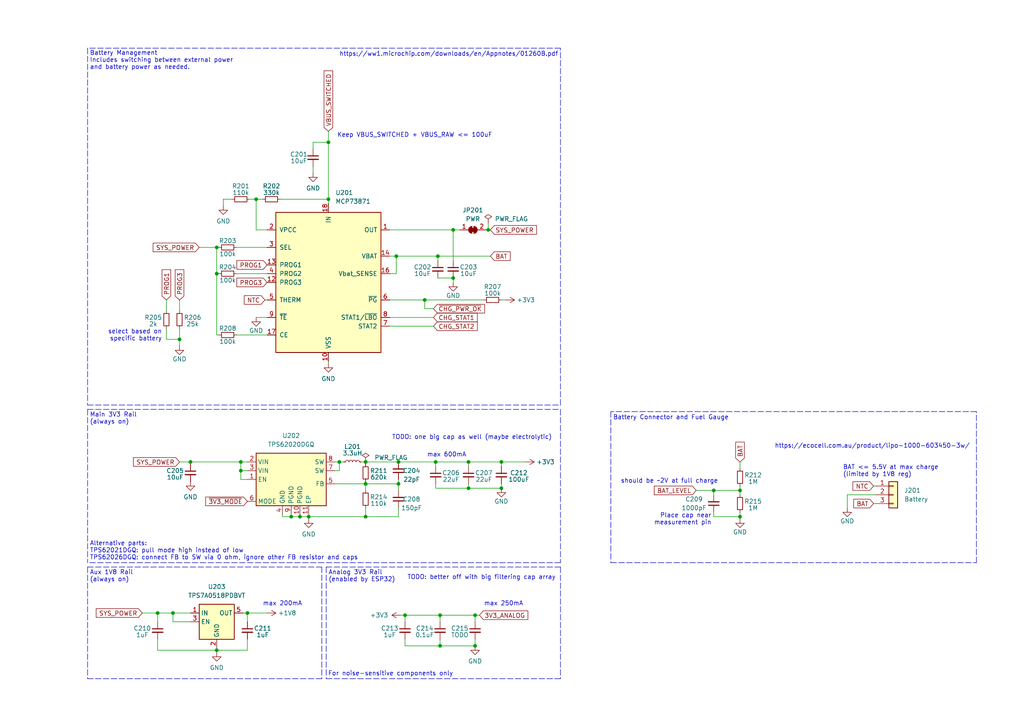
<source format=kicad_sch>
(kicad_sch (version 20211123) (generator eeschema)
  (paper "A4")
  (title_block (date "2022-09-04") (rev "1"))
  (lib_symbols
    (symbol "Battery_Management:MCP73871" (pin_names (offset 1.016))
      (property "Reference" "U" (at -7.62 24.13 0))
      (property "Value" "MCP73871" (at -15.24 21.59 0))
      (symbol "MCP73871_0_1"
        (rectangle (start -15.24 20.32) (end 15.24 -20.32) (stroke (width 0.254)) (fill (type background)))
      )
      (symbol "MCP73871_1_1"
        (pin power_out line (at 17.78 15.24 180) (length 2.54) (name "OUT") (number "1"))
        (pin power_in line (at 0 -22.86 90) (length 2.54) (name "VSS") (number "10"))
        (pin passive line (at 0 -22.86 90) (length 2.54) hide (name "VSS") (number "11"))
        (pin bidirectional line (at -17.78 0 0) (length 2.54) (name "PROG3") (number "12"))
        (pin bidirectional line (at -17.78 5.08 0) (length 2.54) (name "PROG1") (number "13"))
        (pin power_out line (at 17.78 7.62 180) (length 2.54) (name "VBAT") (number "14"))
        (pin passive line (at 17.78 7.62 180) (length 2.54) hide (name "VBAT") (number "15"))
        (pin input line (at 17.78 2.54 180) (length 2.54) (name "Vbat_SENSE") (number "16"))
        (pin input line (at -17.78 -15.24 0) (length 2.54) (name "CE") (number "17"))
        (pin power_in line (at 0 22.86 270) (length 2.54) (name "IN") (number "18"))
        (pin passive line (at 0 22.86 270) (length 2.54) hide (name "IN") (number "19"))
        (pin input line (at -17.78 15.24 0) (length 2.54) (name "VPCC") (number "2"))
        (pin passive line (at 17.78 15.24 180) (length 2.54) hide (name "OUT") (number "20"))
        (pin passive line (at 0 -22.86 90) (length 2.54) hide (name "VSS") (number "21"))
        (pin input line (at -17.78 10.16 0) (length 2.54) (name "SEL") (number "3"))
        (pin input line (at -17.78 2.54 0) (length 2.54) (name "PROG2") (number "4"))
        (pin bidirectional line (at -17.78 -5.08 0) (length 2.54) (name "THERM") (number "5"))
        (pin open_collector line (at 17.78 -5.08 180) (length 2.54) (name "~{PG}") (number "6"))
        (pin open_collector line (at 17.78 -12.7 180) (length 2.54) (name "STAT2") (number "7"))
        (pin open_collector line (at 17.78 -10.16 180) (length 2.54) (name "STAT1/~{LBO}") (number "8"))
        (pin input line (at -17.78 -10.16 0) (length 2.54) (name "~{TE}") (number "9"))
      )
    )
    (symbol "Connector_Generic:Conn_01x03" (pin_names (offset 1.016) hide)
      (property "Reference" "J" (at 0 5.08 0))
      (property "Value" "Conn_01x03" (at 0 -5.08 0))
      (symbol "Conn_01x03_1_1"
        (rectangle (start -1.27 -2.413) (end 0 -2.667) (stroke (width 0.1524)))
        (rectangle (start -1.27 0.127) (end 0 -0.127) (stroke (width 0.1524)))
        (rectangle (start -1.27 2.667) (end 0 2.413) (stroke (width 0.1524)))
        (rectangle (start -1.27 3.81) (end 1.27 -3.81) (stroke (width 0.254)) (fill (type background)))
        (pin passive line (at -5.08 2.54 0) (length 3.81) (name "Pin_1") (number "1"))
        (pin passive line (at -5.08 0 0) (length 3.81) (name "Pin_2") (number "2"))
        (pin passive line (at -5.08 -2.54 0) (length 3.81) (name "Pin_3") (number "3"))
      )
    )
    (symbol "Device:C_Small" (pin_numbers hide) (pin_names (offset 0.254) hide)
      (property "Reference" "C" (at 0.254 1.778 0))
      (property "Value" "C_Small" (at 0.254 -2.032 0))
      (symbol "C_Small_0_1"
        (polyline (pts (xy -1.524 -0.508) (xy 1.524 -0.508)) (stroke (width 0.3302)))
        (polyline (pts (xy -1.524 0.508) (xy 1.524 0.508)) (stroke (width 0.3048)))
      )
      (symbol "C_Small_1_1"
        (pin passive line (at 0 2.54 270) (length 2.032) (name "~") (number "1"))
        (pin passive line (at 0 -2.54 90) (length 2.032) (name "~") (number "2"))
      )
    )
    (symbol "Device:L_Small" (pin_numbers hide) (pin_names (offset 0.254) hide)
      (property "Reference" "L" (at 0.762 1.016 0))
      (property "Value" "L_Small" (at 0.762 -1.016 0))
      (symbol "L_Small_0_1"
        (arc (start 0 -2.032) (mid 0.508 -1.524) (end 0 -1.016))
        (arc (start 0 -1.016) (mid 0.508 -0.508) (end 0 0))
        (arc (start 0 0) (mid 0.508 0.508) (end 0 1.016))
        (arc (start 0 1.016) (mid 0.508 1.524) (end 0 2.032))
      )
      (symbol "L_Small_1_1"
        (pin passive line (at 0 2.54 270) (length 0.508) (name "~") (number "1"))
        (pin passive line (at 0 -2.54 90) (length 0.508) (name "~") (number "2"))
      )
    )
    (symbol "Device:R_Small" (pin_numbers hide) (pin_names (offset 0.254) hide)
      (property "Reference" "R" (at 0.762 0.508 0))
      (property "Value" "R_Small" (at 0.762 -1.016 0))
      (symbol "R_Small_0_1"
        (rectangle (start -0.762 1.778) (end 0.762 -1.778) (stroke (width 0.2032)))
      )
      (symbol "R_Small_1_1"
        (pin passive line (at 0 2.54 270) (length 0.762) (name "~") (number "1"))
        (pin passive line (at 0 -2.54 90) (length 0.762) (name "~") (number "2"))
      )
    )
    (symbol "Jumper:SolderJumper_2_Bridged" (pin_names (offset 0) hide)
      (property "Reference" "JP" (at 0 2.032 0))
      (property "Value" "SolderJumper_2_Bridged" (at 0 -2.54 0))
      (symbol "SolderJumper_2_Bridged_0_1"
        (rectangle (start -0.508 0.508) (end 0.508 -0.508) (fill (type outline)))
        (arc (start -0.254 1.016) (mid -1.27 0) (end -0.254 -1.016))
        (arc (start -0.254 1.016) (mid -1.27 0) (end -0.254 -1.016) (fill (type outline)))
        (polyline (pts (xy -0.254 1.016) (xy -0.254 -1.016)))
        (polyline (pts (xy 0.254 1.016) (xy 0.254 -1.016)))
        (arc (start 0.254 -1.016) (mid 1.27 0) (end 0.254 1.016))
        (arc (start 0.254 -1.016) (mid 1.27 0) (end 0.254 1.016) (fill (type outline)))
      )
      (symbol "SolderJumper_2_Bridged_1_1"
        (pin passive line (at -3.81 0 0) (length 2.54) (name "A") (number "1"))
        (pin passive line (at 3.81 0 180) (length 2.54) (name "B") (number "2"))
      )
    )
    (symbol "Regulator_Linear:TPS7A0518PDBV"
      (property "Reference" "U" (at -3.81 6.35 0))
      (property "Value" "TPS7A0518PDBV" (at 6.35 6.35 0))
      (symbol "TPS7A0518PDBV_0_1"
        (rectangle (start -5.08 -5.08) (end 5.08 5.08) (stroke (width 0.254)) (fill (type background)))
        (pin power_in line (at -7.62 2.54 0) (length 2.54) (name "IN") (number "1"))
        (pin power_in line (at 0 -7.62 90) (length 2.54) (name "GND") (number "2"))
        (pin input line (at -7.62 0 0) (length 2.54) (name "EN") (number "3"))
        (pin no_connect line (at 5.08 0 180) (length 2.54) hide (name "NC") (number "4"))
        (pin power_out line (at 7.62 2.54 180) (length 2.54) (name "OUT") (number "5"))
      )
    )
    (symbol "power:+1V8" (power) (pin_names (offset 0))
      (property "Value" "+1V8" (at 0 3.556 0))
      (symbol "+1V8_0_1"
        (polyline (pts (xy -0.762 1.27) (xy 0 2.54)))
        (polyline (pts (xy 0 0) (xy 0 2.54)))
        (polyline (pts (xy 0 2.54) (xy 0.762 1.27)))
      )
      (symbol "+1V8_1_1"
        (pin power_in line (at 0 0 90) (length 0) hide (name "+1V8") (number "1"))
      )
    )
    (symbol "power:+3V3" (power) (pin_names (offset 0))
      (property "Value" "+3V3" (at 0 3.556 0))
      (symbol "+3V3_0_1"
        (polyline (pts (xy -0.762 1.27) (xy 0 2.54)))
        (polyline (pts (xy 0 0) (xy 0 2.54)))
        (polyline (pts (xy 0 2.54) (xy 0.762 1.27)))
      )
      (symbol "+3V3_1_1"
        (pin power_in line (at 0 0 90) (length 0) hide (name "+3V3") (number "1"))
      )
    )
    (symbol "power:GND" (power) (pin_names (offset 0))
      (property "Value" "GND" (at 0 -3.81 0))
      (symbol "GND_0_1"
        (polyline (pts (xy 0 0) (xy 0 -1.27) (xy 1.27 -1.27) (xy 0 -2.54) (xy -1.27 -1.27) (xy 0 -1.27)))
      )
      (symbol "GND_1_1"
        (pin power_in line (at 0 0 270) (length 0) hide (name "GND") (number "1"))
      )
    )
    (symbol "power:PWR_FLAG" (power) (pin_numbers hide) (pin_names (offset 0) hide)
      (property "Value" "PWR_FLAG" (at 0 3.81 0))
      (symbol "PWR_FLAG_0_0"
        (pin power_out line (at 0 0 90) (length 0) (name "pwr") (number "1"))
      )
      (symbol "PWR_FLAG_0_1"
        (polyline (pts (xy 0 0) (xy 0 1.27) (xy -1.016 1.905) (xy 0 2.54) (xy 1.016 1.905) (xy 0 1.27)))
      )
    )
    (symbol "symbols:TPS62026"
      (property "Reference" "U" (at 0 3.81 0))
      (property "Value" "TPS62026" (at 0 6.35 0))
      (symbol "TPS62026_0_0"
        (pin power_in line (at 2.54 -10.16 90) (length 2.54) (name "PGND") (number "10"))
        (pin power_in line (at 5.08 -10.16 90) (length 2.54) (name "EP") (number "11"))
      )
      (symbol "TPS62026_1_1"
        (rectangle (start -10.16 7.62) (end 10.16 -7.62) (stroke (width 0.254)) (fill (type background)))
        (pin input line (at -12.7 0 0) (length 2.54) (name "EN") (number "1"))
        (pin power_in line (at -12.7 5.08 0) (length 2.54) (name "VIN") (number "2"))
        (pin input line (at -12.7 2.54 0) (length 2.54) (name "VIN") (number "3"))
        (pin input line (at -2.54 -10.16 90) (length 2.54) (name "GND") (number "4"))
        (pin open_collector line (at 12.7 -1.27 180) (length 2.54) (name "FB") (number "5"))
        (pin open_collector line (at -12.7 -6.35 0) (length 2.54) (name "MODE") (number "6"))
        (pin power_out line (at 12.7 2.54 180) (length 2.54) (name "SW") (number "7"))
        (pin power_in line (at 12.7 5.08 180) (length 2.54) (name "SW") (number "8"))
        (pin power_in line (at 0 -10.16 90) (length 2.54) (name "PGND") (number "9"))
      )
    )
  )
  (junction (at 106.045 149.86))
  (junction (at 214.63 142.24))
  (junction (at 135.89 141.605))
  (junction (at 89.535 149.86))
  (junction (at 84.455 149.86))
  (junction (at 145.415 133.985))
  (junction (at 145.415 141.605))
  (junction (at 114.935 74.295))
  (junction (at 135.89 133.985))
  (junction (at 50.165 177.8))
  (junction (at 106.045 140.335))
  (junction (at 98.425 133.985))
  (junction (at 69.85 133.985))
  (junction (at 115.57 140.335))
  (junction (at 214.63 149.86))
  (junction (at 69.85 136.525))
  (junction (at 207.01 142.24))
  (junction (at 126.365 133.985))
  (junction (at 62.865 79.375))
  (junction (at 55.245 133.985))
  (junction (at 141.605 66.675))
  (junction (at 127 74.295))
  (junction (at 95.25 41.275))
  (junction (at 137.795 178.435))
  (junction (at 86.995 149.86))
  (junction (at 95.25 57.785))
  (junction (at 127.635 187.325))
  (junction (at 127.635 178.435))
  (junction (at 117.475 178.435))
  (junction (at 62.865 71.755))
  (junction (at 45.72 177.8))
  (junction (at 74.295 57.785))
  (junction (at 115.57 133.985))
  (junction (at 123.19 86.995))
  (junction (at 62.865 188.595))
  (junction (at 131.445 66.675))
  (junction (at 137.795 187.325))
  (junction (at 71.755 177.8))
  (junction (at 131.445 80.645))
  (junction (at 106.045 133.985))
  (junction (at 52.07 98.425))
  (polyline (pts (xy 162.56 13.97) (xy 25.4 13.97)))
  (wire (pts (xy 126.365 135.255) (xy 126.365 133.985)))
  (wire (pts (xy 115.57 147.32) (xy 115.57 149.86)))
  (wire (pts (xy 207.01 143.51) (xy 207.01 142.24)))
  (wire (pts (xy 131.445 75.565) (xy 131.445 66.675)))
  (polyline (pts (xy 25.4 164.465) (xy 25.4 196.85)))
  (wire (pts (xy 140.97 66.675) (xy 141.605 66.675)))
  (wire (pts (xy 67.31 57.785) (xy 64.77 57.785)))
  (wire (pts (xy 126.365 133.985) (xy 135.89 133.985)))
  (wire (pts (xy 55.245 180.34) (xy 50.165 180.34)))
  (wire (pts (xy 113.03 86.995) (xy 123.19 86.995)))
  (polyline (pts (xy 25.4 118.745) (xy 25.4 163.195)))
  (wire (pts (xy 135.89 140.335) (xy 135.89 141.605)))
  (wire (pts (xy 113.03 92.075) (xy 125.73 92.075)))
  (wire (pts (xy 55.245 133.985) (xy 69.85 133.985)))
  (wire (pts (xy 123.19 86.995) (xy 140.335 86.995)))
  (wire (pts (xy 81.28 57.785) (xy 95.25 57.785)))
  (polyline (pts (xy 162.56 118.745) (xy 162.56 163.195)))
  (wire (pts (xy 86.995 149.86) (xy 89.535 149.86)))
  (wire (pts (xy 201.93 142.24) (xy 207.01 142.24)))
  (wire (pts (xy 214.63 133.985) (xy 214.63 135.89)))
  (wire (pts (xy 74.295 66.675) (xy 74.295 57.785)))
  (wire (pts (xy 117.475 178.435) (xy 127.635 178.435)))
  (wire (pts (xy 106.045 149.86) (xy 89.535 149.86)))
  (wire (pts (xy 137.795 178.435) (xy 139.065 178.435)))
  (wire (pts (xy 52.07 98.425) (xy 52.07 100.33)))
  (wire (pts (xy 62.865 71.755) (xy 63.5 71.755)))
  (wire (pts (xy 62.865 97.155) (xy 62.865 79.375)))
  (wire (pts (xy 77.47 66.675) (xy 74.295 66.675)))
  (wire (pts (xy 127.635 185.42) (xy 127.635 187.325)))
  (wire (pts (xy 77.47 177.8) (xy 71.755 177.8)))
  (wire (pts (xy 71.755 139.065) (xy 69.85 139.065)))
  (wire (pts (xy 117.475 187.325) (xy 127.635 187.325)))
  (polyline (pts (xy 94.615 164.465) (xy 162.56 164.465)))
  (wire (pts (xy 135.89 133.985) (xy 145.415 133.985)))
  (wire (pts (xy 52.07 95.25) (xy 52.07 98.425)))
  (wire (pts (xy 69.85 133.985) (xy 71.755 133.985)))
  (wire (pts (xy 253.365 140.97) (xy 254 140.97)))
  (wire (pts (xy 113.03 94.615) (xy 125.73 94.615)))
  (wire (pts (xy 254 143.51) (xy 245.745 143.51)))
  (wire (pts (xy 71.755 185.42) (xy 71.755 188.595)))
  (wire (pts (xy 62.865 189.23) (xy 62.865 188.595)))
  (wire (pts (xy 106.045 133.985) (xy 115.57 133.985)))
  (wire (pts (xy 114.935 74.295) (xy 127 74.295)))
  (wire (pts (xy 55.245 133.985) (xy 55.245 134.62)))
  (wire (pts (xy 77.47 97.155) (xy 68.58 97.155)))
  (wire (pts (xy 115.57 139.065) (xy 115.57 140.335)))
  (wire (pts (xy 214.63 150.495) (xy 214.63 149.86)))
  (wire (pts (xy 74.295 92.075) (xy 77.47 92.075)))
  (wire (pts (xy 214.63 149.86) (xy 214.63 148.59)))
  (wire (pts (xy 135.89 133.985) (xy 135.89 135.255)))
  (wire (pts (xy 141.605 64.77) (xy 141.605 66.675)))
  (polyline (pts (xy 25.4 117.475) (xy 162.56 117.475)))
  (polyline (pts (xy 94.615 164.465) (xy 94.615 196.85)))
  (wire (pts (xy 106.045 134.62) (xy 106.045 133.985)))
  (wire (pts (xy 95.25 105.41) (xy 95.25 104.775)))
  (wire (pts (xy 127 74.295) (xy 127 75.565)))
  (polyline (pts (xy 283.21 163.195) (xy 283.21 119.38)))
  (wire (pts (xy 57.785 71.755) (xy 62.865 71.755)))
  (polyline (pts (xy 177.165 163.195) (xy 283.21 163.195)))
  (wire (pts (xy 115.57 140.335) (xy 106.045 140.335)))
  (polyline (pts (xy 25.4 13.97) (xy 25.4 117.475)))
  (wire (pts (xy 81.915 149.86) (xy 84.455 149.86)))
  (wire (pts (xy 117.475 180.34) (xy 117.475 178.435)))
  (wire (pts (xy 76.835 86.995) (xy 77.47 86.995)))
  (wire (pts (xy 86.995 149.225) (xy 86.995 149.86)))
  (wire (pts (xy 131.445 66.675) (xy 133.35 66.675)))
  (wire (pts (xy 89.535 149.86) (xy 89.535 150.495)))
  (wire (pts (xy 50.165 177.8) (xy 55.245 177.8)))
  (wire (pts (xy 69.85 136.525) (xy 69.85 139.065)))
  (wire (pts (xy 50.165 180.34) (xy 50.165 177.8)))
  (polyline (pts (xy 93.345 164.465) (xy 93.345 196.85)))
  (wire (pts (xy 131.445 81.915) (xy 131.445 80.645)))
  (wire (pts (xy 116.205 178.435) (xy 117.475 178.435)))
  (wire (pts (xy 64.77 57.785) (xy 64.77 59.69)))
  (wire (pts (xy 95.25 41.275) (xy 95.25 57.785)))
  (wire (pts (xy 106.045 147.32) (xy 106.045 149.86)))
  (wire (pts (xy 98.425 133.985) (xy 97.155 133.985)))
  (wire (pts (xy 71.755 188.595) (xy 62.865 188.595)))
  (wire (pts (xy 90.805 43.18) (xy 90.805 41.275)))
  (wire (pts (xy 98.425 136.525) (xy 98.425 133.985)))
  (wire (pts (xy 114.935 79.375) (xy 114.935 74.295)))
  (wire (pts (xy 123.19 86.995) (xy 123.19 89.535)))
  (polyline (pts (xy 162.56 163.195) (xy 25.4 163.195)))
  (wire (pts (xy 52.07 86.995) (xy 52.07 90.17)))
  (wire (pts (xy 245.745 143.51) (xy 245.745 147.32)))
  (wire (pts (xy 126.365 141.605) (xy 126.365 140.335)))
  (wire (pts (xy 68.58 79.375) (xy 77.47 79.375)))
  (wire (pts (xy 41.275 177.8) (xy 45.72 177.8)))
  (wire (pts (xy 126.365 141.605) (xy 135.89 141.605)))
  (polyline (pts (xy 177.165 119.38) (xy 177.165 163.195)))
  (wire (pts (xy 45.72 177.8) (xy 50.165 177.8)))
  (wire (pts (xy 207.01 149.86) (xy 214.63 149.86)))
  (wire (pts (xy 99.695 133.985) (xy 98.425 133.985)))
  (polyline (pts (xy 162.56 164.465) (xy 162.56 196.85)))
  (wire (pts (xy 95.25 57.785) (xy 95.25 59.055)))
  (wire (pts (xy 123.19 89.535) (xy 125.73 89.535)))
  (wire (pts (xy 84.455 149.86) (xy 86.995 149.86)))
  (wire (pts (xy 214.63 142.24) (xy 214.63 140.97)))
  (wire (pts (xy 127.635 178.435) (xy 127.635 180.34)))
  (wire (pts (xy 71.755 136.525) (xy 69.85 136.525)))
  (wire (pts (xy 45.72 180.34) (xy 45.72 177.8)))
  (wire (pts (xy 145.415 133.985) (xy 152.4 133.985)))
  (wire (pts (xy 127.635 178.435) (xy 137.795 178.435)))
  (wire (pts (xy 45.72 185.42) (xy 45.72 188.595)))
  (wire (pts (xy 113.03 79.375) (xy 114.935 79.375)))
  (wire (pts (xy 48.26 95.25) (xy 48.26 98.425)))
  (wire (pts (xy 90.805 41.275) (xy 95.25 41.275)))
  (wire (pts (xy 74.295 57.785) (xy 76.2 57.785)))
  (wire (pts (xy 214.63 143.51) (xy 214.63 142.24)))
  (polyline (pts (xy 162.56 196.85) (xy 94.615 196.85)))
  (polyline (pts (xy 162.56 117.475) (xy 162.56 13.97)))
  (wire (pts (xy 90.805 48.26) (xy 90.805 50.165)))
  (polyline (pts (xy 283.21 119.38) (xy 177.165 119.38)))
  (wire (pts (xy 127.635 187.325) (xy 137.795 187.325)))
  (wire (pts (xy 71.755 180.34) (xy 71.755 177.8)))
  (wire (pts (xy 127 74.295) (xy 142.24 74.295)))
  (wire (pts (xy 89.535 149.225) (xy 89.535 149.86)))
  (wire (pts (xy 84.455 149.225) (xy 84.455 149.86)))
  (polyline (pts (xy 93.345 196.85) (xy 25.4 196.85)))
  (wire (pts (xy 97.155 140.335) (xy 106.045 140.335)))
  (wire (pts (xy 115.57 133.985) (xy 126.365 133.985)))
  (wire (pts (xy 106.045 140.335) (xy 106.045 142.24)))
  (wire (pts (xy 253.365 146.05) (xy 254 146.05)))
  (wire (pts (xy 81.915 149.225) (xy 81.915 149.86)))
  (wire (pts (xy 63.5 79.375) (xy 62.865 79.375)))
  (wire (pts (xy 115.57 140.335) (xy 115.57 142.24)))
  (wire (pts (xy 113.03 66.675) (xy 131.445 66.675)))
  (wire (pts (xy 48.26 98.425) (xy 52.07 98.425)))
  (wire (pts (xy 106.045 133.985) (xy 104.775 133.985)))
  (wire (pts (xy 45.72 188.595) (xy 62.865 188.595)))
  (polyline (pts (xy 25.4 164.465) (xy 93.345 164.465)))
  (wire (pts (xy 106.045 140.335) (xy 106.045 139.7)))
  (wire (pts (xy 69.85 136.525) (xy 69.85 133.985)))
  (wire (pts (xy 145.415 140.335) (xy 145.415 141.605)))
  (wire (pts (xy 63.5 97.155) (xy 62.865 97.155)))
  (wire (pts (xy 137.795 178.435) (xy 137.795 180.34)))
  (wire (pts (xy 115.57 149.86) (xy 106.045 149.86)))
  (wire (pts (xy 145.415 86.995) (xy 146.685 86.995)))
  (wire (pts (xy 127 80.645) (xy 131.445 80.645)))
  (wire (pts (xy 62.865 188.595) (xy 62.865 187.96)))
  (wire (pts (xy 141.605 66.675) (xy 142.24 66.675)))
  (wire (pts (xy 97.155 136.525) (xy 98.425 136.525)))
  (wire (pts (xy 68.58 71.755) (xy 77.47 71.755)))
  (wire (pts (xy 95.25 38.1) (xy 95.25 41.275)))
  (wire (pts (xy 207.01 148.59) (xy 207.01 149.86)))
  (polyline (pts (xy 25.4 118.745) (xy 162.56 118.745)))
  (wire (pts (xy 48.26 86.995) (xy 48.26 90.17)))
  (wire (pts (xy 72.39 57.785) (xy 74.295 57.785)))
  (wire (pts (xy 117.475 185.42) (xy 117.475 187.325)))
  (wire (pts (xy 145.415 133.985) (xy 145.415 135.255)))
  (wire (pts (xy 207.01 142.24) (xy 214.63 142.24)))
  (wire (pts (xy 135.89 141.605) (xy 145.415 141.605)))
  (wire (pts (xy 62.865 71.755) (xy 62.865 79.375)))
  (wire (pts (xy 137.795 185.42) (xy 137.795 187.325)))
  (wire (pts (xy 71.755 177.8) (xy 70.485 177.8)))
  (wire (pts (xy 113.03 74.295) (xy 114.935 74.295)))
  (wire (pts (xy 52.07 133.985) (xy 55.245 133.985)))
  (text "Place cap near\nmeasurement pin" (at 206.375 152.4 180) (effects (font (size 1.27 1.27)) (justify right bottom)))
  (text "TODO: one big cap as well (maybe electrolytic)" (at 113.665 127.635 0) (effects (font (size 1.27 1.27)) (justify left bottom)))
  (text "https://ecocell.com.au/product/lipo-1000-603450-3w/" (at 281.305 130.175 0) (effects (font (size 1.27 1.27)) (justify right bottom)))
  (text "Aux 1V8 Rail\n(always on)" (at 26.035 168.91 0) (effects (font (size 1.27 1.27)) (justify left bottom)))
  (text "max 600mA" (at 123.825 132.715 0) (effects (font (size 1.27 1.27)) (justify left bottom)))
  (text "https://ww1.microchip.com/downloads/en/Appnotes/01260B.pdf" (at 161.925 16.51 0) (effects (font (size 1.27 1.27)) (justify right bottom)))
  (text "TODO: better off with big filtering cap array" (at 118.11 168.275 0) (effects (font (size 1.27 1.27)) (justify left bottom)))
  (text "Battery Connector and Fuel Gauge" (at 177.8 121.92 0) (effects (font (size 1.27 1.27)) (justify left bottom)))
  (text "Main 3V3 Rail\n(always on)" (at 26.035 123.19 0) (effects (font (size 1.27 1.27)) (justify left bottom)))
  (text "max 250mA" (at 140.335 175.895 0) (effects (font (size 1.27 1.27)) (justify left bottom)))
  (text "should be ~2V at full charge" (at 208.28 140.335 180) (effects (font (size 1.27 1.27)) (justify right bottom)))
  (text "Battery Management\nIncludes switching between external power\nand battery power as needed." (at 26.035 20.32 0) (effects (font (size 1.27 1.27)) (justify left bottom)))
  (text "max 200mA" (at 76.2 175.895 0) (effects (font (size 1.27 1.27)) (justify left bottom)))
  (text "For noise-sensitive components only" (at 131.445 196.215 180) (effects (font (size 1.27 1.27)) (justify right bottom)))
  (text "Keep VBUS_SWITCHED + VBUS_RAW <= 100uF" (at 97.79 40.005 0) (effects (font (size 1.27 1.27)) (justify left bottom)))
  (text "select based on\nspecific battery" (at 46.99 99.06 180) (effects (font (size 1.27 1.27)) (justify right bottom)))
  (text "Analog 3V3 Rail\n(enabled by ESP32)" (at 95.25 168.91 0) (effects (font (size 1.27 1.27)) (justify left bottom)))
  (text "Alternative parts:\nTPS62021DGQ: pull mode high instead of low\nTPS62026DGQ: connect FB to SW via 0 ohm, ignore other FB resistor and caps" (at 26.035 162.56 0) (effects (font (size 1.27 1.27)) (justify left bottom)))
  (text "BAT <= 5.5V at max charge\n(limited by 1V8 reg)" (at 244.475 138.43 0) (effects (font (size 1.27 1.27)) (justify left bottom)))
  (global_label "~{3V3_MODE}" (shape input) (at 71.755 145.415 180) (property "Intersheet References" "${INTERSHEET_REFS}" (effects hide)))
  (global_label "~{CHG_PWR_OK}" (shape input) (at 125.73 89.535 0) (property "Intersheet References" "${INTERSHEET_REFS}" (effects hide)))
  (global_label "BAT" (shape input) (at 253.365 146.05 180) (property "Intersheet References" "${INTERSHEET_REFS}" (effects hide)))
  (global_label "PROG3" (shape input) (at 52.07 86.995 90) (property "Intersheet References" "${INTERSHEET_REFS}" (effects hide)))
  (global_label "SYS_POWER" (shape input) (at 142.24 66.675 0) (property "Intersheet References" "${INTERSHEET_REFS}" (effects hide)))
  (global_label "CHG_STAT2" (shape input) (at 125.73 94.615 0) (property "Intersheet References" "${INTERSHEET_REFS}" (effects hide)))
  (global_label "PROG3" (shape input) (at 77.47 81.915 180) (property "Intersheet References" "${INTERSHEET_REFS}" (effects hide)))
  (global_label "PROG1" (shape input) (at 48.26 86.995 90) (property "Intersheet References" "${INTERSHEET_REFS}" (effects hide)))
  (global_label "SYS_POWER" (shape input) (at 52.07 133.985 180) (property "Intersheet References" "${INTERSHEET_REFS}" (effects hide)))
  (global_label "NTC" (shape input) (at 76.835 86.995 180) (property "Intersheet References" "${INTERSHEET_REFS}" (effects hide)))
  (global_label "BAT" (shape input) (at 214.63 133.985 90) (property "Intersheet References" "${INTERSHEET_REFS}" (effects hide)))
  (global_label "3V3_ANALOG" (shape input) (at 139.065 178.435 0) (property "Intersheet References" "${INTERSHEET_REFS}" (effects hide)))
  (global_label "VBUS_SWITCHED" (shape input) (at 95.25 38.1 90) (property "Intersheet References" "${INTERSHEET_REFS}" (effects hide)))
  (global_label "SYS_POWER" (shape input) (at 41.275 177.8 180) (property "Intersheet References" "${INTERSHEET_REFS}" (effects hide)))
  (global_label "SYS_POWER" (shape input) (at 57.785 71.755 180) (property "Intersheet References" "${INTERSHEET_REFS}" (effects hide)))
  (global_label "CHG_STAT1" (shape input) (at 125.73 92.075 0) (property "Intersheet References" "${INTERSHEET_REFS}" (effects hide)))
  (global_label "BAT" (shape input) (at 142.24 74.295 0) (property "Intersheet References" "${INTERSHEET_REFS}" (effects hide)))
  (global_label "PROG1" (shape input) (at 77.47 76.835 180) (property "Intersheet References" "${INTERSHEET_REFS}" (effects hide)))
  (global_label "BAT_LEVEL" (shape input) (at 201.93 142.24 180) (property "Intersheet References" "${INTERSHEET_REFS}" (effects hide)))
  (global_label "NTC" (shape input) (at 253.365 140.97 180) (property "Intersheet References" "${INTERSHEET_REFS}" (effects hide)))
  (symbol (lib_id "Device:R_Small") (at 66.04 71.755 90) (unit 1)
    (property "Reference" "R203" (at 66.04 69.85 90))
    (property "Value" "100k" (at 66.04 73.66 90))
    (property "Footprint" "Resistor_SMD:R_0603_1608Metric" (effects hide))
    (property "PN" "RC0603JR-10100KL" (effects hide))
  )
  (symbol (lib_id "Device:C_Small") (at 45.72 182.88 0) (unit 1)
    (property "Reference" "C210" (at 41.275 182.245 0))
    (property "Value" "1uF" (at 41.275 184.15 0))
    (property "Footprint" "Capacitor_SMD:C_0805_2012Metric" (effects hide))
    (property "PN" "EMK212BJ105KG-T" (effects hide))
  )
  (symbol (lib_id "Device:R_Small") (at 214.63 146.05 0) (unit 1)
    (property "Reference" "R215" (at 218.44 145.415 0))
    (property "Value" "1M" (at 218.44 147.32 0))
    (property "Footprint" "Resistor_SMD:R_0603_1608Metric" (effects hide))
    (property "PN" "AC0603FR-131ML" (effects hide))
  )
  (symbol (lib_id "Device:C_Small") (at 126.365 137.795 0) (unit 1)
    (property "Reference" "C206" (at 130.81 137.16 0))
    (property "Value" "22uF" (at 130.81 139.065 0))
    (property "Footprint" "Capacitor_SMD:C_1206_3216Metric" (effects hide))
    (property "PN" "CL31A226MOCLNNC" (effects hide))
  )
  (symbol (lib_id "power:+3V3") (at 152.4 133.985 270) (unit 1)
    (property "Reference" "#PWR0207" (effects hide))
    (property "Value" "+3V3" (at 155.575 133.9849 90) (effects (justify left)))
  )
  (symbol (lib_id "Regulator_Linear:TPS7A0518PDBV") (at 62.865 180.34 0) (unit 1)
    (property "Reference" "U203" (at 62.865 170.18 0))
    (property "Value" "TPS7A0518PDBVT" (at 62.865 172.72 0))
    (property "Footprint" "Package_TO_SOT_SMD:SOT-23-5" (effects hide))
    (property "Datasheet" "https://www.ti.com/lit/ds/symlink/tps7a05.pdf" (effects hide))
    (property "PN" "TPS7A0518PDBVT" (effects hide))
  )
  (symbol (lib_id "Device:C_Small") (at 55.245 137.16 0) (unit 1)
    (property "Reference" "C205" (at 50.8 136.525 0))
    (property "Value" "10uF" (at 50.8 138.43 0))
    (property "Footprint" "Capacitor_SMD:C_0805_2012Metric" (effects hide))
    (property "PN" "EMK212ABJ106KG-T" (effects hide))
  )
  (symbol (lib_id "Device:R_Small") (at 66.04 97.155 90) (unit 1)
    (property "Reference" "R208" (at 66.04 95.25 90))
    (property "Value" "100k" (at 66.04 99.06 90))
    (property "Footprint" "Resistor_SMD:R_0603_1608Metric" (effects hide))
    (property "PN" "RC0603JR-10100KL" (effects hide))
  )
  (symbol (lib_id "Device:C_Small") (at 137.795 182.88 0) (unit 1)
    (property "Reference" "C215" (at 133.35 182.245 0))
    (property "Value" "TODO" (at 133.35 184.15 0))
    (property "Footprint" "Capacitor_SMD:C_0805_2012Metric" (effects hide))
  )
  (symbol (lib_id "Device:C_Small") (at 71.755 182.88 0) (mirror y) (unit 1)
    (property "Reference" "C211" (at 76.2 182.245 0))
    (property "Value" "1uF" (at 76.2 184.15 0))
    (property "Footprint" "Capacitor_SMD:C_0805_2012Metric" (effects hide))
    (property "PN" "EMK212BJ105KG-T" (effects hide))
  )
  (symbol (lib_id "power:GND") (at 62.865 189.23 0) (unit 1)
    (property "Reference" "#PWR0216" (effects hide))
    (property "Value" "GND" (at 62.865 193.675 0))
  )
  (symbol (lib_id "Device:R_Small") (at 142.875 86.995 90) (unit 1)
    (property "Reference" "R207" (at 142.875 83.185 90))
    (property "Value" "100k" (at 142.875 85.09 90))
    (property "Footprint" "Resistor_SMD:R_0603_1608Metric" (effects hide))
    (property "PN" "RC0603JR-10100KL" (effects hide))
  )
  (symbol (lib_id "power:PWR_FLAG") (at 106.045 133.985 0) (unit 1)
    (property "Reference" "#FLG0102" (effects hide))
    (property "Value" "PWR_FLAG" (at 108.585 132.7149 0) (effects (justify left)))
  )
  (symbol (lib_id "power:GND") (at 89.535 150.495 0) (unit 1)
    (property "Reference" "#PWR0212" (effects hide))
    (property "Value" "GND" (at 89.535 154.94 0))
  )
  (symbol (lib_id "power:GND") (at 245.745 147.32 0) (unit 1)
    (property "Reference" "#PWR0211" (effects hide))
    (property "Value" "GND" (at 245.745 151.13 0))
  )
  (symbol (lib_id "Device:C_Small") (at 127 78.105 0) (unit 1)
    (property "Reference" "C202" (at 122.555 77.47 0))
    (property "Value" "10uF" (at 122.555 79.375 0))
    (property "Footprint" "Capacitor_SMD:C_0805_2012Metric" (effects hide))
    (property "PN" "EMK212ABJ106KG-T" (effects hide))
  )
  (symbol (lib_id "Battery_Management:MCP73871") (at 95.25 81.915 0) (unit 1)
    (property "Reference" "U201" (at 97.2694 55.88 0) (effects (justify left)))
    (property "Value" "MCP73871" (at 97.2694 58.42 0) (effects (justify left)))
    (property "Footprint" "Package_DFN_QFN:QFN-20-1EP_4x4mm_P0.5mm_EP2.5x2.5mm" (effects hide))
    (property "Datasheet" "http://www.mouser.com/ds/2/268/22090a-52174.pdf" (effects hide))
    (property "PN" "MCP73871" (effects hide))
  )
  (symbol (lib_id "power:GND") (at 74.295 92.075 0) (unit 1)
    (property "Reference" "#PWR0204" (effects hide))
    (property "Value" "GND" (at 74.295 95.885 0))
  )
  (symbol (lib_id "Device:R_Small") (at 214.63 138.43 0) (unit 1)
    (property "Reference" "R212" (at 218.44 137.795 0))
    (property "Value" "1M" (at 218.44 139.7 0))
    (property "Footprint" "Resistor_SMD:R_0603_1608Metric" (effects hide))
    (property "PN" "AC0603FR-131ML" (effects hide))
  )
  (symbol (lib_id "Device:C_Small") (at 207.01 146.05 180) (unit 1)
    (property "Reference" "C209" (at 201.295 144.78 0))
    (property "Value" "1000pF" (at 201.295 147.32 0))
    (property "Footprint" "Capacitor_SMD:C_0805_2012Metric" (effects hide))
    (property "PN" "0805YD102KAT2A" (effects hide))
  )
  (symbol (lib_id "Device:C_Small") (at 115.57 136.525 180) (unit 1)
    (property "Reference" "C204" (at 119.38 136.525 0))
    (property "Value" "22pF" (at 119.38 139.065 0))
    (property "Footprint" "Capacitor_SMD:C_0805_2012Metric" (effects hide))
    (property "PN" "C0805C220J4HACTU" (effects hide))
  )
  (symbol (lib_id "Device:R_Small") (at 48.26 92.71 0) (mirror y) (unit 1)
    (property "Reference" "R205" (at 44.45 92.075 0))
    (property "Value" "2k" (at 44.45 93.98 0))
    (property "Footprint" "Resistor_SMD:R_0603_1608Metric" (effects hide))
    (property "PN" "AR0603JR-072KL" (effects hide))
  )
  (symbol (lib_id "Device:C_Small") (at 131.445 78.105 0) (unit 1)
    (property "Reference" "C203" (at 135.89 77.47 0))
    (property "Value" "10uF" (at 135.89 79.375 0))
    (property "Footprint" "Capacitor_SMD:C_0805_2012Metric" (effects hide))
    (property "PN" "EMK212ABJ106KG-T" (effects hide))
  )
  (symbol (lib_id "Device:C_Small") (at 145.415 137.795 0) (unit 1)
    (property "Reference" "C212" (at 150.495 137.16 0))
    (property "Value" "100uF" (at 150.495 139.065 0))
    (property "Footprint" "Capacitor_SMD:C_1206_3216Metric" (effects hide))
  )
  (symbol (lib_id "symbols:TPS62026") (at 84.455 139.065 0) (unit 1)
    (property "Reference" "U202" (at 84.455 126.365 0))
    (property "Value" "TPS62020DGQ" (at 84.455 128.905 0))
    (property "Footprint" "Package_SO:MSOP-10-1EP_3x3mm_P0.5mm_EP1.68x1.88mm_ThermalVias" (effects hide))
    (property "PN" "TPS62020DGQ" (effects hide))
  )
  (symbol (lib_id "Device:C_Small") (at 90.805 45.72 0) (unit 1)
    (property "Reference" "C201" (at 86.6775 44.7675 0))
    (property "Value" "10uF" (at 86.6775 46.6725 0))
    (property "Footprint" "Capacitor_SMD:C_0805_2012Metric" (effects hide))
    (property "PN" "EMK212ABJ106KG-T" (effects hide))
  )
  (symbol (lib_id "power:PWR_FLAG") (at 141.605 64.77 0) (unit 1)
    (property "Reference" "#FLG0201" (effects hide))
    (property "Value" "PWR_FLAG" (at 143.51 63.4999 0) (effects (justify left)))
  )
  (symbol (lib_id "Device:R_Small") (at 66.04 79.375 90) (unit 1)
    (property "Reference" "R204" (at 66.04 77.47 90))
    (property "Value" "100k" (at 66.04 81.28 90))
    (property "Footprint" "Resistor_SMD:R_0603_1608Metric" (effects hide))
    (property "PN" "RC0603JR-10100KL" (effects hide))
  )
  (symbol (lib_id "Device:R_Small") (at 69.85 57.785 90) (unit 1)
    (property "Reference" "R201" (at 69.85 53.975 90))
    (property "Value" "110k" (at 69.85 55.88 90))
    (property "Footprint" "Resistor_SMD:R_0603_1608Metric" (effects hide))
    (property "PN" "AC0603FR-07110KL" (effects hide))
  )
  (symbol (lib_id "Device:C_Small") (at 135.89 137.795 0) (unit 1)
    (property "Reference" "C207" (at 140.335 137.16 0))
    (property "Value" "22uF" (at 140.335 139.065 0))
    (property "Footprint" "Capacitor_SMD:C_1206_3216Metric" (effects hide))
    (property "PN" "CL31A226MOCLNNC" (effects hide))
  )
  (symbol (lib_id "Device:L_Small") (at 102.235 133.985 90) (unit 1)
    (property "Reference" "L201" (at 102.235 129.54 90))
    (property "Value" "3.3uH" (at 102.235 131.445 90))
    (property "Footprint" "Inductor_SMD:L_Wuerth_MAPI-3012" (effects hide))
    (property "PN" "NRH3012T3R3MN" (effects hide))
  )
  (symbol (lib_id "power:+1V8") (at 77.47 177.8 270) (unit 1)
    (property "Reference" "#PWR0214" (effects hide))
    (property "Value" "+1V8" (at 80.645 177.7999 90) (effects (justify left)))
  )
  (symbol (lib_id "power:GND") (at 52.07 100.33 0) (unit 1)
    (property "Reference" "#PWR0205" (effects hide))
    (property "Value" "GND" (at 52.07 104.14 0))
  )
  (symbol (lib_id "Device:C_Small") (at 127.635 182.88 0) (unit 1)
    (property "Reference" "C214" (at 123.19 182.245 0))
    (property "Value" "0.1uF" (at 123.19 184.15 0))
    (property "Footprint" "Capacitor_SMD:C_0805_2012Metric" (effects hide))
  )
  (symbol (lib_id "power:GND") (at 131.445 81.915 0) (unit 1)
    (property "Reference" "#PWR0203" (effects hide))
    (property "Value" "GND" (at 131.445 85.725 0))
  )
  (symbol (lib_id "power:+3V3") (at 116.205 178.435 90) (unit 1)
    (property "Reference" "#PWR0215" (effects hide))
    (property "Value" "+3V3" (at 107.315 178.435 90) (effects (justify right)))
  )
  (symbol (lib_id "Device:R_Small") (at 78.74 57.785 90) (unit 1)
    (property "Reference" "R202" (at 78.74 53.975 90))
    (property "Value" "330k" (at 78.74 55.88 90))
    (property "Footprint" "Resistor_SMD:R_0603_1608Metric" (effects hide))
    (property "PN" "RT0603FRE07330KL" (effects hide))
  )
  (symbol (lib_id "Device:C_Small") (at 117.475 182.88 0) (unit 1)
    (property "Reference" "C213" (at 113.03 182.245 0))
    (property "Value" "1uF" (at 113.03 184.15 0))
    (property "Footprint" "Capacitor_SMD:C_0805_2012Metric" (effects hide))
    (property "PN" "EMK212BJ105KG-T" (effects hide))
  )
  (symbol (lib_id "power:GND") (at 64.77 59.69 0) (unit 1)
    (property "Reference" "#PWR0202" (effects hide))
    (property "Value" "GND" (at 64.77 64.135 0))
  )
  (symbol (lib_id "power:GND") (at 145.415 141.605 0) (unit 1)
    (property "Reference" "#PWR0209" (effects hide))
    (property "Value" "GND" (at 145.415 145.415 0))
  )
  (symbol (lib_id "Jumper:SolderJumper_2_Bridged") (at 137.16 66.675 0) (unit 1) (in_bom no)
    (property "Reference" "JP201" (at 137.16 60.96 0))
    (property "Value" "PWR" (at 137.16 63.5 0))
    (property "Footprint" "Jumper:SolderJumper-2_P1.3mm_Bridged_RoundedPad1.0x1.5mm" (effects hide))
  )
  (symbol (lib_id "power:GND") (at 137.795 187.325 0) (unit 1)
    (property "Reference" "#PWR0217" (effects hide))
    (property "Value" "GND" (at 137.795 191.77 0))
  )
  (symbol (lib_id "Device:R_Small") (at 106.045 144.78 0) (unit 1)
    (property "Reference" "R214" (at 109.855 144.145 0))
    (property "Value" "110k" (at 109.855 146.05 0))
    (property "Footprint" "Resistor_SMD:R_0603_1608Metric" (effects hide))
    (property "PN" "AC0603FR-07110KL" (effects hide))
  )
  (symbol (lib_id "Device:C_Small") (at 115.57 144.78 180) (unit 1)
    (property "Reference" "C208" (at 119.38 144.78 0))
    (property "Value" "150pF" (at 119.38 147.32 0))
    (property "Footprint" "Capacitor_SMD:C_0805_2012Metric" (effects hide))
    (property "PN" "885012207028" (effects hide))
  )
  (symbol (lib_id "power:GND") (at 214.63 150.495 0) (unit 1)
    (property "Reference" "#PWR0213" (effects hide))
    (property "Value" "GND" (at 214.63 154.305 0))
  )
  (symbol (lib_id "Device:R_Small") (at 106.045 137.16 0) (unit 1)
    (property "Reference" "R211" (at 109.855 136.525 0))
    (property "Value" "620k" (at 109.855 138.43 0))
    (property "Footprint" "Resistor_SMD:R_0603_1608Metric" (effects hide))
    (property "PN" "AC0603FR-07620KL" (effects hide))
  )
  (symbol (lib_id "power:+3V3") (at 146.685 86.995 270) (unit 1)
    (property "Reference" "#PWR0121" (effects hide))
    (property "Value" "+3V3" (at 149.86 86.9949 90) (effects (justify left)))
  )
  (symbol (lib_id "power:GND") (at 95.25 105.41 0) (unit 1)
    (property "Reference" "#PWR0206" (effects hide))
    (property "Value" "GND" (at 95.25 109.855 0))
  )
  (symbol (lib_id "power:GND") (at 90.805 50.165 0) (unit 1)
    (property "Reference" "#PWR0201" (effects hide))
    (property "Value" "GND" (at 90.805 54.61 0))
  )
  (symbol (lib_id "Connector_Generic:Conn_01x03") (at 259.08 143.51 0) (unit 1)
    (property "Reference" "J201" (at 262.255 142.2399 0) (effects (justify left)))
    (property "Value" "Battery" (at 262.255 144.7799 0) (effects (justify left)))
    (property "Footprint" "Connector_JST:JST_PH_B3B-PH-K_1x03_P2.00mm_Vertical" (effects hide))
    (property "PN" "0530470310" (effects hide))
  )
  (symbol (lib_id "Device:R_Small") (at 52.07 92.71 0) (unit 1)
    (property "Reference" "R206" (at 55.88 92.075 0))
    (property "Value" "25k" (at 55.88 93.98 0))
    (property "Footprint" "Resistor_SMD:R_0603_1608Metric" (effects hide))
    (property "PN" "AR0603JR-0724KL" (effects hide))
  )
  (symbol (lib_id "power:GND") (at 55.245 139.7 0) (unit 1)
    (property "Reference" "#PWR0208" (effects hide))
    (property "Value" "GND" (at 55.245 144.145 0))
  )
)
</source>
